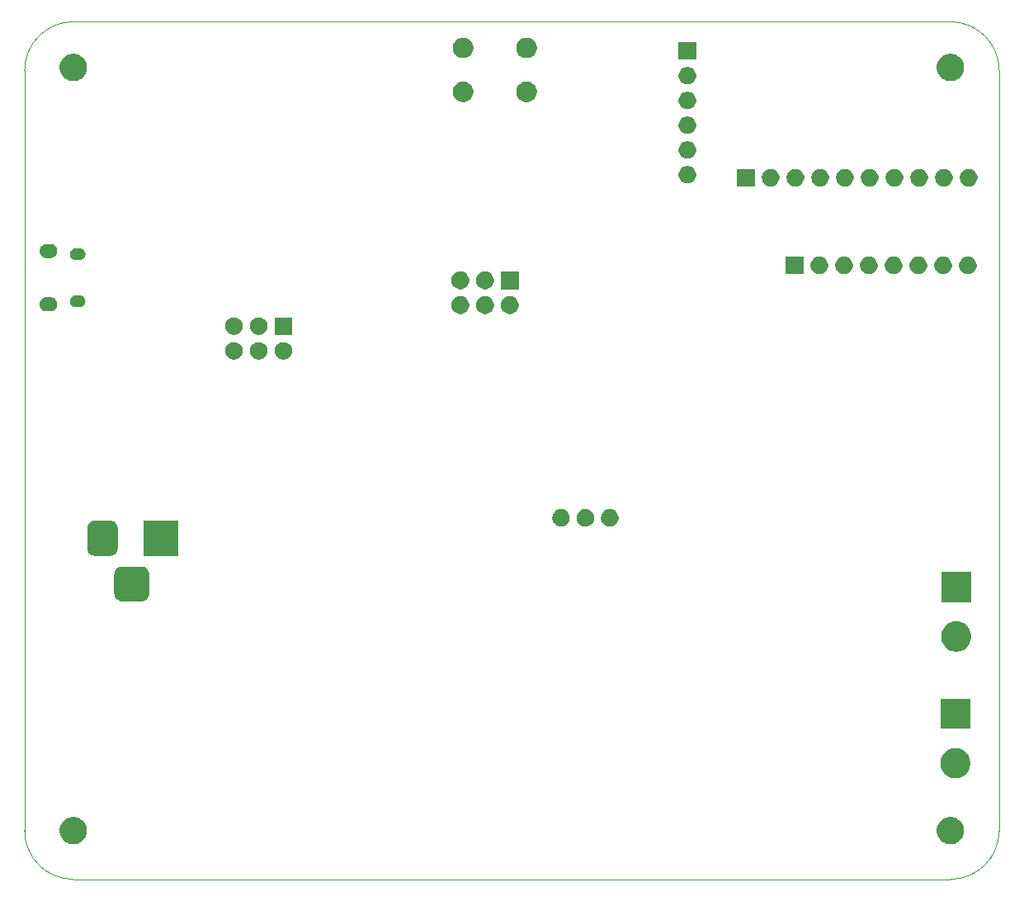
<source format=gbr>
G04 #@! TF.GenerationSoftware,KiCad,Pcbnew,5.1.5-52549c5~86~ubuntu19.10.1*
G04 #@! TF.CreationDate,2020-04-28T12:48:20+02:00*
G04 #@! TF.ProjectId,ArduinoDCC++,41726475-696e-46f4-9443-432b2b2e6b69,v.0.0.1c*
G04 #@! TF.SameCoordinates,Original*
G04 #@! TF.FileFunction,Soldermask,Bot*
G04 #@! TF.FilePolarity,Negative*
%FSLAX46Y46*%
G04 Gerber Fmt 4.6, Leading zero omitted, Abs format (unit mm)*
G04 Created by KiCad (PCBNEW 5.1.5-52549c5~86~ubuntu19.10.1) date 2020-04-28 12:48:20*
%MOMM*%
%LPD*%
G04 APERTURE LIST*
%ADD10C,0.050000*%
%ADD11C,0.100000*%
G04 APERTURE END LIST*
D10*
X55000000Y-150000000D02*
X145000000Y-150000000D01*
X50000000Y-67000000D02*
X50000000Y-145000000D01*
X145000000Y-62000000D02*
X55000000Y-62000000D01*
X150000000Y-145000000D02*
X150000000Y-67000000D01*
X150000000Y-145000000D02*
G75*
G02X145000000Y-150000000I-5000000J0D01*
G01*
X145000000Y-62000000D02*
G75*
G02X150000000Y-67000000I0J-5000000D01*
G01*
X50000000Y-67000000D02*
G75*
G02X55000000Y-62000000I5000000J0D01*
G01*
X55000000Y-150000000D02*
G75*
G02X50000000Y-145000000I0J5000000D01*
G01*
D11*
G36*
X145318433Y-143634893D02*
G01*
X145408657Y-143652839D01*
X145514267Y-143696585D01*
X145663621Y-143758449D01*
X145663622Y-143758450D01*
X145893086Y-143911772D01*
X146088228Y-144106914D01*
X146190675Y-144260237D01*
X146241551Y-144336379D01*
X146347161Y-144591344D01*
X146401000Y-144862012D01*
X146401000Y-145137988D01*
X146347161Y-145408656D01*
X146241551Y-145663621D01*
X146241550Y-145663622D01*
X146088228Y-145893086D01*
X145893086Y-146088228D01*
X145739763Y-146190675D01*
X145663621Y-146241551D01*
X145514267Y-146303415D01*
X145408657Y-146347161D01*
X145318433Y-146365107D01*
X145137988Y-146401000D01*
X144862012Y-146401000D01*
X144681567Y-146365107D01*
X144591343Y-146347161D01*
X144485733Y-146303415D01*
X144336379Y-146241551D01*
X144260237Y-146190675D01*
X144106914Y-146088228D01*
X143911772Y-145893086D01*
X143758450Y-145663622D01*
X143758449Y-145663621D01*
X143652839Y-145408656D01*
X143599000Y-145137988D01*
X143599000Y-144862012D01*
X143652839Y-144591344D01*
X143758449Y-144336379D01*
X143809325Y-144260237D01*
X143911772Y-144106914D01*
X144106914Y-143911772D01*
X144336378Y-143758450D01*
X144336379Y-143758449D01*
X144485733Y-143696585D01*
X144591343Y-143652839D01*
X144681567Y-143634893D01*
X144862012Y-143599000D01*
X145137988Y-143599000D01*
X145318433Y-143634893D01*
G37*
G36*
X55318433Y-143634893D02*
G01*
X55408657Y-143652839D01*
X55514267Y-143696585D01*
X55663621Y-143758449D01*
X55663622Y-143758450D01*
X55893086Y-143911772D01*
X56088228Y-144106914D01*
X56190675Y-144260237D01*
X56241551Y-144336379D01*
X56347161Y-144591344D01*
X56401000Y-144862012D01*
X56401000Y-145137988D01*
X56347161Y-145408656D01*
X56241551Y-145663621D01*
X56241550Y-145663622D01*
X56088228Y-145893086D01*
X55893086Y-146088228D01*
X55739763Y-146190675D01*
X55663621Y-146241551D01*
X55514267Y-146303415D01*
X55408657Y-146347161D01*
X55318433Y-146365107D01*
X55137988Y-146401000D01*
X54862012Y-146401000D01*
X54681567Y-146365107D01*
X54591343Y-146347161D01*
X54485733Y-146303415D01*
X54336379Y-146241551D01*
X54260237Y-146190675D01*
X54106914Y-146088228D01*
X53911772Y-145893086D01*
X53758450Y-145663622D01*
X53758449Y-145663621D01*
X53652839Y-145408656D01*
X53599000Y-145137988D01*
X53599000Y-144862012D01*
X53652839Y-144591344D01*
X53758449Y-144336379D01*
X53809325Y-144260237D01*
X53911772Y-144106914D01*
X54106914Y-143911772D01*
X54336378Y-143758450D01*
X54336379Y-143758449D01*
X54485733Y-143696585D01*
X54591343Y-143652839D01*
X54681567Y-143634893D01*
X54862012Y-143599000D01*
X55137988Y-143599000D01*
X55318433Y-143634893D01*
G37*
G36*
X145806585Y-136558802D02*
G01*
X145956410Y-136588604D01*
X146238674Y-136705521D01*
X146492705Y-136875259D01*
X146708741Y-137091295D01*
X146878479Y-137345326D01*
X146995396Y-137627590D01*
X147055000Y-137927240D01*
X147055000Y-138232760D01*
X146995396Y-138532410D01*
X146878479Y-138814674D01*
X146708741Y-139068705D01*
X146492705Y-139284741D01*
X146238674Y-139454479D01*
X145956410Y-139571396D01*
X145806585Y-139601198D01*
X145656761Y-139631000D01*
X145351239Y-139631000D01*
X145201415Y-139601198D01*
X145051590Y-139571396D01*
X144769326Y-139454479D01*
X144515295Y-139284741D01*
X144299259Y-139068705D01*
X144129521Y-138814674D01*
X144012604Y-138532410D01*
X143953000Y-138232760D01*
X143953000Y-137927240D01*
X144012604Y-137627590D01*
X144129521Y-137345326D01*
X144299259Y-137091295D01*
X144515295Y-136875259D01*
X144769326Y-136705521D01*
X145051590Y-136588604D01*
X145201415Y-136558802D01*
X145351239Y-136529000D01*
X145656761Y-136529000D01*
X145806585Y-136558802D01*
G37*
G36*
X147055000Y-134551000D02*
G01*
X143953000Y-134551000D01*
X143953000Y-131449000D01*
X147055000Y-131449000D01*
X147055000Y-134551000D01*
G37*
G36*
X145890585Y-123558802D02*
G01*
X146040410Y-123588604D01*
X146322674Y-123705521D01*
X146576705Y-123875259D01*
X146792741Y-124091295D01*
X146962479Y-124345326D01*
X147079396Y-124627590D01*
X147139000Y-124927240D01*
X147139000Y-125232760D01*
X147079396Y-125532410D01*
X146962479Y-125814674D01*
X146792741Y-126068705D01*
X146576705Y-126284741D01*
X146322674Y-126454479D01*
X146040410Y-126571396D01*
X145890585Y-126601198D01*
X145740761Y-126631000D01*
X145435239Y-126631000D01*
X145285415Y-126601198D01*
X145135590Y-126571396D01*
X144853326Y-126454479D01*
X144599295Y-126284741D01*
X144383259Y-126068705D01*
X144213521Y-125814674D01*
X144096604Y-125532410D01*
X144037000Y-125232760D01*
X144037000Y-124927240D01*
X144096604Y-124627590D01*
X144213521Y-124345326D01*
X144383259Y-124091295D01*
X144599295Y-123875259D01*
X144853326Y-123705521D01*
X145135590Y-123588604D01*
X145285415Y-123558802D01*
X145435239Y-123529000D01*
X145740761Y-123529000D01*
X145890585Y-123558802D01*
G37*
G36*
X147139000Y-121551000D02*
G01*
X144037000Y-121551000D01*
X144037000Y-118449000D01*
X147139000Y-118449000D01*
X147139000Y-121551000D01*
G37*
G36*
X62126366Y-117915695D02*
G01*
X62283460Y-117963349D01*
X62428231Y-118040731D01*
X62555128Y-118144872D01*
X62659269Y-118271769D01*
X62736651Y-118416540D01*
X62784305Y-118573634D01*
X62801000Y-118743140D01*
X62801000Y-120656860D01*
X62784305Y-120826366D01*
X62736651Y-120983460D01*
X62659269Y-121128231D01*
X62555128Y-121255128D01*
X62428231Y-121359269D01*
X62283460Y-121436651D01*
X62126366Y-121484305D01*
X61956860Y-121501000D01*
X60043140Y-121501000D01*
X59873634Y-121484305D01*
X59716540Y-121436651D01*
X59571769Y-121359269D01*
X59444872Y-121255128D01*
X59340731Y-121128231D01*
X59263349Y-120983460D01*
X59215695Y-120826366D01*
X59199000Y-120656860D01*
X59199000Y-118743140D01*
X59215695Y-118573634D01*
X59263349Y-118416540D01*
X59340731Y-118271769D01*
X59444872Y-118144872D01*
X59571769Y-118040731D01*
X59716540Y-117963349D01*
X59873634Y-117915695D01*
X60043140Y-117899000D01*
X61956860Y-117899000D01*
X62126366Y-117915695D01*
G37*
G36*
X58976979Y-113213293D02*
G01*
X59110625Y-113253834D01*
X59233784Y-113319664D01*
X59341740Y-113408260D01*
X59430336Y-113516216D01*
X59496166Y-113639375D01*
X59536707Y-113773021D01*
X59551000Y-113918140D01*
X59551000Y-116081860D01*
X59536707Y-116226979D01*
X59496166Y-116360625D01*
X59430336Y-116483784D01*
X59341740Y-116591740D01*
X59233784Y-116680336D01*
X59110625Y-116746166D01*
X58976979Y-116786707D01*
X58831860Y-116801000D01*
X57168140Y-116801000D01*
X57023021Y-116786707D01*
X56889375Y-116746166D01*
X56766216Y-116680336D01*
X56658260Y-116591740D01*
X56569664Y-116483784D01*
X56503834Y-116360625D01*
X56463293Y-116226979D01*
X56449000Y-116081860D01*
X56449000Y-113918140D01*
X56463293Y-113773021D01*
X56503834Y-113639375D01*
X56569664Y-113516216D01*
X56658260Y-113408260D01*
X56766216Y-113319664D01*
X56889375Y-113253834D01*
X57023021Y-113213293D01*
X57168140Y-113199000D01*
X58831860Y-113199000D01*
X58976979Y-113213293D01*
G37*
G36*
X65801000Y-116801000D02*
G01*
X62199000Y-116801000D01*
X62199000Y-113199000D01*
X65801000Y-113199000D01*
X65801000Y-116801000D01*
G37*
G36*
X110144512Y-112019927D02*
G01*
X110293812Y-112049624D01*
X110457784Y-112117544D01*
X110605354Y-112216147D01*
X110730853Y-112341646D01*
X110829456Y-112489216D01*
X110897376Y-112653188D01*
X110932000Y-112827259D01*
X110932000Y-113004741D01*
X110897376Y-113178812D01*
X110829456Y-113342784D01*
X110730853Y-113490354D01*
X110605354Y-113615853D01*
X110457784Y-113714456D01*
X110293812Y-113782376D01*
X110144512Y-113812073D01*
X110119742Y-113817000D01*
X109942258Y-113817000D01*
X109917488Y-113812073D01*
X109768188Y-113782376D01*
X109604216Y-113714456D01*
X109456646Y-113615853D01*
X109331147Y-113490354D01*
X109232544Y-113342784D01*
X109164624Y-113178812D01*
X109130000Y-113004741D01*
X109130000Y-112827259D01*
X109164624Y-112653188D01*
X109232544Y-112489216D01*
X109331147Y-112341646D01*
X109456646Y-112216147D01*
X109604216Y-112117544D01*
X109768188Y-112049624D01*
X109917488Y-112019927D01*
X109942258Y-112015000D01*
X110119742Y-112015000D01*
X110144512Y-112019927D01*
G37*
G36*
X107644512Y-112019927D02*
G01*
X107793812Y-112049624D01*
X107957784Y-112117544D01*
X108105354Y-112216147D01*
X108230853Y-112341646D01*
X108329456Y-112489216D01*
X108397376Y-112653188D01*
X108432000Y-112827259D01*
X108432000Y-113004741D01*
X108397376Y-113178812D01*
X108329456Y-113342784D01*
X108230853Y-113490354D01*
X108105354Y-113615853D01*
X107957784Y-113714456D01*
X107793812Y-113782376D01*
X107644512Y-113812073D01*
X107619742Y-113817000D01*
X107442258Y-113817000D01*
X107417488Y-113812073D01*
X107268188Y-113782376D01*
X107104216Y-113714456D01*
X106956646Y-113615853D01*
X106831147Y-113490354D01*
X106732544Y-113342784D01*
X106664624Y-113178812D01*
X106630000Y-113004741D01*
X106630000Y-112827259D01*
X106664624Y-112653188D01*
X106732544Y-112489216D01*
X106831147Y-112341646D01*
X106956646Y-112216147D01*
X107104216Y-112117544D01*
X107268188Y-112049624D01*
X107417488Y-112019927D01*
X107442258Y-112015000D01*
X107619742Y-112015000D01*
X107644512Y-112019927D01*
G37*
G36*
X105144512Y-112019927D02*
G01*
X105293812Y-112049624D01*
X105457784Y-112117544D01*
X105605354Y-112216147D01*
X105730853Y-112341646D01*
X105829456Y-112489216D01*
X105897376Y-112653188D01*
X105932000Y-112827259D01*
X105932000Y-113004741D01*
X105897376Y-113178812D01*
X105829456Y-113342784D01*
X105730853Y-113490354D01*
X105605354Y-113615853D01*
X105457784Y-113714456D01*
X105293812Y-113782376D01*
X105144512Y-113812073D01*
X105119742Y-113817000D01*
X104942258Y-113817000D01*
X104917488Y-113812073D01*
X104768188Y-113782376D01*
X104604216Y-113714456D01*
X104456646Y-113615853D01*
X104331147Y-113490354D01*
X104232544Y-113342784D01*
X104164624Y-113178812D01*
X104130000Y-113004741D01*
X104130000Y-112827259D01*
X104164624Y-112653188D01*
X104232544Y-112489216D01*
X104331147Y-112341646D01*
X104456646Y-112216147D01*
X104604216Y-112117544D01*
X104768188Y-112049624D01*
X104917488Y-112019927D01*
X104942258Y-112015000D01*
X105119742Y-112015000D01*
X105144512Y-112019927D01*
G37*
G36*
X71576512Y-94874927D02*
G01*
X71725812Y-94904624D01*
X71889784Y-94972544D01*
X72037354Y-95071147D01*
X72162853Y-95196646D01*
X72261456Y-95344216D01*
X72329376Y-95508188D01*
X72364000Y-95682259D01*
X72364000Y-95859741D01*
X72329376Y-96033812D01*
X72261456Y-96197784D01*
X72162853Y-96345354D01*
X72037354Y-96470853D01*
X71889784Y-96569456D01*
X71725812Y-96637376D01*
X71576512Y-96667073D01*
X71551742Y-96672000D01*
X71374258Y-96672000D01*
X71349488Y-96667073D01*
X71200188Y-96637376D01*
X71036216Y-96569456D01*
X70888646Y-96470853D01*
X70763147Y-96345354D01*
X70664544Y-96197784D01*
X70596624Y-96033812D01*
X70562000Y-95859741D01*
X70562000Y-95682259D01*
X70596624Y-95508188D01*
X70664544Y-95344216D01*
X70763147Y-95196646D01*
X70888646Y-95071147D01*
X71036216Y-94972544D01*
X71200188Y-94904624D01*
X71349488Y-94874927D01*
X71374258Y-94870000D01*
X71551742Y-94870000D01*
X71576512Y-94874927D01*
G37*
G36*
X74116512Y-94874927D02*
G01*
X74265812Y-94904624D01*
X74429784Y-94972544D01*
X74577354Y-95071147D01*
X74702853Y-95196646D01*
X74801456Y-95344216D01*
X74869376Y-95508188D01*
X74904000Y-95682259D01*
X74904000Y-95859741D01*
X74869376Y-96033812D01*
X74801456Y-96197784D01*
X74702853Y-96345354D01*
X74577354Y-96470853D01*
X74429784Y-96569456D01*
X74265812Y-96637376D01*
X74116512Y-96667073D01*
X74091742Y-96672000D01*
X73914258Y-96672000D01*
X73889488Y-96667073D01*
X73740188Y-96637376D01*
X73576216Y-96569456D01*
X73428646Y-96470853D01*
X73303147Y-96345354D01*
X73204544Y-96197784D01*
X73136624Y-96033812D01*
X73102000Y-95859741D01*
X73102000Y-95682259D01*
X73136624Y-95508188D01*
X73204544Y-95344216D01*
X73303147Y-95196646D01*
X73428646Y-95071147D01*
X73576216Y-94972544D01*
X73740188Y-94904624D01*
X73889488Y-94874927D01*
X73914258Y-94870000D01*
X74091742Y-94870000D01*
X74116512Y-94874927D01*
G37*
G36*
X76656512Y-94874927D02*
G01*
X76805812Y-94904624D01*
X76969784Y-94972544D01*
X77117354Y-95071147D01*
X77242853Y-95196646D01*
X77341456Y-95344216D01*
X77409376Y-95508188D01*
X77444000Y-95682259D01*
X77444000Y-95859741D01*
X77409376Y-96033812D01*
X77341456Y-96197784D01*
X77242853Y-96345354D01*
X77117354Y-96470853D01*
X76969784Y-96569456D01*
X76805812Y-96637376D01*
X76656512Y-96667073D01*
X76631742Y-96672000D01*
X76454258Y-96672000D01*
X76429488Y-96667073D01*
X76280188Y-96637376D01*
X76116216Y-96569456D01*
X75968646Y-96470853D01*
X75843147Y-96345354D01*
X75744544Y-96197784D01*
X75676624Y-96033812D01*
X75642000Y-95859741D01*
X75642000Y-95682259D01*
X75676624Y-95508188D01*
X75744544Y-95344216D01*
X75843147Y-95196646D01*
X75968646Y-95071147D01*
X76116216Y-94972544D01*
X76280188Y-94904624D01*
X76429488Y-94874927D01*
X76454258Y-94870000D01*
X76631742Y-94870000D01*
X76656512Y-94874927D01*
G37*
G36*
X71576512Y-92334927D02*
G01*
X71725812Y-92364624D01*
X71889784Y-92432544D01*
X72037354Y-92531147D01*
X72162853Y-92656646D01*
X72261456Y-92804216D01*
X72329376Y-92968188D01*
X72364000Y-93142259D01*
X72364000Y-93319741D01*
X72329376Y-93493812D01*
X72261456Y-93657784D01*
X72162853Y-93805354D01*
X72037354Y-93930853D01*
X71889784Y-94029456D01*
X71725812Y-94097376D01*
X71576512Y-94127073D01*
X71551742Y-94132000D01*
X71374258Y-94132000D01*
X71349488Y-94127073D01*
X71200188Y-94097376D01*
X71036216Y-94029456D01*
X70888646Y-93930853D01*
X70763147Y-93805354D01*
X70664544Y-93657784D01*
X70596624Y-93493812D01*
X70562000Y-93319741D01*
X70562000Y-93142259D01*
X70596624Y-92968188D01*
X70664544Y-92804216D01*
X70763147Y-92656646D01*
X70888646Y-92531147D01*
X71036216Y-92432544D01*
X71200188Y-92364624D01*
X71349488Y-92334927D01*
X71374258Y-92330000D01*
X71551742Y-92330000D01*
X71576512Y-92334927D01*
G37*
G36*
X74116512Y-92334927D02*
G01*
X74265812Y-92364624D01*
X74429784Y-92432544D01*
X74577354Y-92531147D01*
X74702853Y-92656646D01*
X74801456Y-92804216D01*
X74869376Y-92968188D01*
X74904000Y-93142259D01*
X74904000Y-93319741D01*
X74869376Y-93493812D01*
X74801456Y-93657784D01*
X74702853Y-93805354D01*
X74577354Y-93930853D01*
X74429784Y-94029456D01*
X74265812Y-94097376D01*
X74116512Y-94127073D01*
X74091742Y-94132000D01*
X73914258Y-94132000D01*
X73889488Y-94127073D01*
X73740188Y-94097376D01*
X73576216Y-94029456D01*
X73428646Y-93930853D01*
X73303147Y-93805354D01*
X73204544Y-93657784D01*
X73136624Y-93493812D01*
X73102000Y-93319741D01*
X73102000Y-93142259D01*
X73136624Y-92968188D01*
X73204544Y-92804216D01*
X73303147Y-92656646D01*
X73428646Y-92531147D01*
X73576216Y-92432544D01*
X73740188Y-92364624D01*
X73889488Y-92334927D01*
X73914258Y-92330000D01*
X74091742Y-92330000D01*
X74116512Y-92334927D01*
G37*
G36*
X77444000Y-94132000D02*
G01*
X75642000Y-94132000D01*
X75642000Y-92330000D01*
X77444000Y-92330000D01*
X77444000Y-94132000D01*
G37*
G36*
X100050778Y-90192547D02*
G01*
X100217224Y-90261491D01*
X100367022Y-90361583D01*
X100494417Y-90488978D01*
X100594509Y-90638776D01*
X100663453Y-90805222D01*
X100698600Y-90981918D01*
X100698600Y-91162082D01*
X100663453Y-91338778D01*
X100594509Y-91505224D01*
X100494417Y-91655022D01*
X100367022Y-91782417D01*
X100217224Y-91882509D01*
X100050778Y-91951453D01*
X99874082Y-91986600D01*
X99693918Y-91986600D01*
X99517222Y-91951453D01*
X99350776Y-91882509D01*
X99200978Y-91782417D01*
X99073583Y-91655022D01*
X98973491Y-91505224D01*
X98904547Y-91338778D01*
X98869400Y-91162082D01*
X98869400Y-90981918D01*
X98904547Y-90805222D01*
X98973491Y-90638776D01*
X99073583Y-90488978D01*
X99200978Y-90361583D01*
X99350776Y-90261491D01*
X99517222Y-90192547D01*
X99693918Y-90157400D01*
X99874082Y-90157400D01*
X100050778Y-90192547D01*
G37*
G36*
X97510778Y-90192547D02*
G01*
X97677224Y-90261491D01*
X97827022Y-90361583D01*
X97954417Y-90488978D01*
X98054509Y-90638776D01*
X98123453Y-90805222D01*
X98158600Y-90981918D01*
X98158600Y-91162082D01*
X98123453Y-91338778D01*
X98054509Y-91505224D01*
X97954417Y-91655022D01*
X97827022Y-91782417D01*
X97677224Y-91882509D01*
X97510778Y-91951453D01*
X97334082Y-91986600D01*
X97153918Y-91986600D01*
X96977222Y-91951453D01*
X96810776Y-91882509D01*
X96660978Y-91782417D01*
X96533583Y-91655022D01*
X96433491Y-91505224D01*
X96364547Y-91338778D01*
X96329400Y-91162082D01*
X96329400Y-90981918D01*
X96364547Y-90805222D01*
X96433491Y-90638776D01*
X96533583Y-90488978D01*
X96660978Y-90361583D01*
X96810776Y-90261491D01*
X96977222Y-90192547D01*
X97153918Y-90157400D01*
X97334082Y-90157400D01*
X97510778Y-90192547D01*
G37*
G36*
X94970778Y-90192547D02*
G01*
X95137224Y-90261491D01*
X95287022Y-90361583D01*
X95414417Y-90488978D01*
X95514509Y-90638776D01*
X95583453Y-90805222D01*
X95618600Y-90981918D01*
X95618600Y-91162082D01*
X95583453Y-91338778D01*
X95514509Y-91505224D01*
X95414417Y-91655022D01*
X95287022Y-91782417D01*
X95137224Y-91882509D01*
X94970778Y-91951453D01*
X94794082Y-91986600D01*
X94613918Y-91986600D01*
X94437222Y-91951453D01*
X94270776Y-91882509D01*
X94120978Y-91782417D01*
X93993583Y-91655022D01*
X93893491Y-91505224D01*
X93824547Y-91338778D01*
X93789400Y-91162082D01*
X93789400Y-90981918D01*
X93824547Y-90805222D01*
X93893491Y-90638776D01*
X93993583Y-90488978D01*
X94120978Y-90361583D01*
X94270776Y-90261491D01*
X94437222Y-90192547D01*
X94613918Y-90157400D01*
X94794082Y-90157400D01*
X94970778Y-90192547D01*
G37*
G36*
X52687213Y-90260502D02*
G01*
X52758321Y-90267505D01*
X52895172Y-90309019D01*
X52895175Y-90309020D01*
X53021294Y-90376432D01*
X53131843Y-90467157D01*
X53222568Y-90577706D01*
X53289980Y-90703825D01*
X53289981Y-90703828D01*
X53331495Y-90840679D01*
X53345512Y-90983000D01*
X53331495Y-91125321D01*
X53320344Y-91162080D01*
X53289980Y-91262175D01*
X53222568Y-91388294D01*
X53131843Y-91498843D01*
X53021294Y-91589568D01*
X52895175Y-91656980D01*
X52895172Y-91656981D01*
X52758321Y-91698495D01*
X52687213Y-91705498D01*
X52651660Y-91709000D01*
X52230340Y-91709000D01*
X52194787Y-91705498D01*
X52123679Y-91698495D01*
X51986828Y-91656981D01*
X51986825Y-91656980D01*
X51860706Y-91589568D01*
X51750157Y-91498843D01*
X51659432Y-91388294D01*
X51592020Y-91262175D01*
X51561656Y-91162080D01*
X51550505Y-91125321D01*
X51536488Y-90983000D01*
X51550505Y-90840679D01*
X51592019Y-90703828D01*
X51592020Y-90703825D01*
X51659432Y-90577706D01*
X51750157Y-90467157D01*
X51860706Y-90376432D01*
X51986825Y-90309020D01*
X51986828Y-90309019D01*
X52123679Y-90267505D01*
X52194787Y-90260502D01*
X52230340Y-90257000D01*
X52651660Y-90257000D01*
X52687213Y-90260502D01*
G37*
G36*
X55758818Y-90080696D02*
G01*
X55872105Y-90115062D01*
X55976512Y-90170869D01*
X56068027Y-90245973D01*
X56143131Y-90337488D01*
X56198938Y-90441895D01*
X56233304Y-90555182D01*
X56244907Y-90673000D01*
X56233304Y-90790818D01*
X56198938Y-90904105D01*
X56143131Y-91008512D01*
X56068027Y-91100027D01*
X55976512Y-91175131D01*
X55872105Y-91230938D01*
X55758818Y-91265304D01*
X55670519Y-91274000D01*
X55211481Y-91274000D01*
X55123182Y-91265304D01*
X55009895Y-91230938D01*
X54905488Y-91175131D01*
X54813973Y-91100027D01*
X54738869Y-91008512D01*
X54683062Y-90904105D01*
X54648696Y-90790818D01*
X54637093Y-90673000D01*
X54648696Y-90555182D01*
X54683062Y-90441895D01*
X54738869Y-90337488D01*
X54813973Y-90245973D01*
X54905488Y-90170869D01*
X55009895Y-90115062D01*
X55123182Y-90080696D01*
X55211481Y-90072000D01*
X55670519Y-90072000D01*
X55758818Y-90080696D01*
G37*
G36*
X94970778Y-87652547D02*
G01*
X95137224Y-87721491D01*
X95287022Y-87821583D01*
X95414417Y-87948978D01*
X95514509Y-88098776D01*
X95583453Y-88265222D01*
X95618600Y-88441918D01*
X95618600Y-88622082D01*
X95583453Y-88798778D01*
X95514509Y-88965224D01*
X95414417Y-89115022D01*
X95287022Y-89242417D01*
X95137224Y-89342509D01*
X94970778Y-89411453D01*
X94794082Y-89446600D01*
X94613918Y-89446600D01*
X94437222Y-89411453D01*
X94270776Y-89342509D01*
X94120978Y-89242417D01*
X93993583Y-89115022D01*
X93893491Y-88965224D01*
X93824547Y-88798778D01*
X93789400Y-88622082D01*
X93789400Y-88441918D01*
X93824547Y-88265222D01*
X93893491Y-88098776D01*
X93993583Y-87948978D01*
X94120978Y-87821583D01*
X94270776Y-87721491D01*
X94437222Y-87652547D01*
X94613918Y-87617400D01*
X94794082Y-87617400D01*
X94970778Y-87652547D01*
G37*
G36*
X97510778Y-87652547D02*
G01*
X97677224Y-87721491D01*
X97827022Y-87821583D01*
X97954417Y-87948978D01*
X98054509Y-88098776D01*
X98123453Y-88265222D01*
X98158600Y-88441918D01*
X98158600Y-88622082D01*
X98123453Y-88798778D01*
X98054509Y-88965224D01*
X97954417Y-89115022D01*
X97827022Y-89242417D01*
X97677224Y-89342509D01*
X97510778Y-89411453D01*
X97334082Y-89446600D01*
X97153918Y-89446600D01*
X96977222Y-89411453D01*
X96810776Y-89342509D01*
X96660978Y-89242417D01*
X96533583Y-89115022D01*
X96433491Y-88965224D01*
X96364547Y-88798778D01*
X96329400Y-88622082D01*
X96329400Y-88441918D01*
X96364547Y-88265222D01*
X96433491Y-88098776D01*
X96533583Y-87948978D01*
X96660978Y-87821583D01*
X96810776Y-87721491D01*
X96977222Y-87652547D01*
X97153918Y-87617400D01*
X97334082Y-87617400D01*
X97510778Y-87652547D01*
G37*
G36*
X100698600Y-89446600D02*
G01*
X98869400Y-89446600D01*
X98869400Y-87617400D01*
X100698600Y-87617400D01*
X100698600Y-89446600D01*
G37*
G36*
X129901000Y-87901000D02*
G01*
X128099000Y-87901000D01*
X128099000Y-86099000D01*
X129901000Y-86099000D01*
X129901000Y-87901000D01*
G37*
G36*
X131653512Y-86103927D02*
G01*
X131802812Y-86133624D01*
X131966784Y-86201544D01*
X132114354Y-86300147D01*
X132239853Y-86425646D01*
X132338456Y-86573216D01*
X132406376Y-86737188D01*
X132441000Y-86911259D01*
X132441000Y-87088741D01*
X132406376Y-87262812D01*
X132338456Y-87426784D01*
X132239853Y-87574354D01*
X132114354Y-87699853D01*
X131966784Y-87798456D01*
X131802812Y-87866376D01*
X131653512Y-87896073D01*
X131628742Y-87901000D01*
X131451258Y-87901000D01*
X131426488Y-87896073D01*
X131277188Y-87866376D01*
X131113216Y-87798456D01*
X130965646Y-87699853D01*
X130840147Y-87574354D01*
X130741544Y-87426784D01*
X130673624Y-87262812D01*
X130639000Y-87088741D01*
X130639000Y-86911259D01*
X130673624Y-86737188D01*
X130741544Y-86573216D01*
X130840147Y-86425646D01*
X130965646Y-86300147D01*
X131113216Y-86201544D01*
X131277188Y-86133624D01*
X131426488Y-86103927D01*
X131451258Y-86099000D01*
X131628742Y-86099000D01*
X131653512Y-86103927D01*
G37*
G36*
X134193512Y-86103927D02*
G01*
X134342812Y-86133624D01*
X134506784Y-86201544D01*
X134654354Y-86300147D01*
X134779853Y-86425646D01*
X134878456Y-86573216D01*
X134946376Y-86737188D01*
X134981000Y-86911259D01*
X134981000Y-87088741D01*
X134946376Y-87262812D01*
X134878456Y-87426784D01*
X134779853Y-87574354D01*
X134654354Y-87699853D01*
X134506784Y-87798456D01*
X134342812Y-87866376D01*
X134193512Y-87896073D01*
X134168742Y-87901000D01*
X133991258Y-87901000D01*
X133966488Y-87896073D01*
X133817188Y-87866376D01*
X133653216Y-87798456D01*
X133505646Y-87699853D01*
X133380147Y-87574354D01*
X133281544Y-87426784D01*
X133213624Y-87262812D01*
X133179000Y-87088741D01*
X133179000Y-86911259D01*
X133213624Y-86737188D01*
X133281544Y-86573216D01*
X133380147Y-86425646D01*
X133505646Y-86300147D01*
X133653216Y-86201544D01*
X133817188Y-86133624D01*
X133966488Y-86103927D01*
X133991258Y-86099000D01*
X134168742Y-86099000D01*
X134193512Y-86103927D01*
G37*
G36*
X139273512Y-86103927D02*
G01*
X139422812Y-86133624D01*
X139586784Y-86201544D01*
X139734354Y-86300147D01*
X139859853Y-86425646D01*
X139958456Y-86573216D01*
X140026376Y-86737188D01*
X140061000Y-86911259D01*
X140061000Y-87088741D01*
X140026376Y-87262812D01*
X139958456Y-87426784D01*
X139859853Y-87574354D01*
X139734354Y-87699853D01*
X139586784Y-87798456D01*
X139422812Y-87866376D01*
X139273512Y-87896073D01*
X139248742Y-87901000D01*
X139071258Y-87901000D01*
X139046488Y-87896073D01*
X138897188Y-87866376D01*
X138733216Y-87798456D01*
X138585646Y-87699853D01*
X138460147Y-87574354D01*
X138361544Y-87426784D01*
X138293624Y-87262812D01*
X138259000Y-87088741D01*
X138259000Y-86911259D01*
X138293624Y-86737188D01*
X138361544Y-86573216D01*
X138460147Y-86425646D01*
X138585646Y-86300147D01*
X138733216Y-86201544D01*
X138897188Y-86133624D01*
X139046488Y-86103927D01*
X139071258Y-86099000D01*
X139248742Y-86099000D01*
X139273512Y-86103927D01*
G37*
G36*
X141813512Y-86103927D02*
G01*
X141962812Y-86133624D01*
X142126784Y-86201544D01*
X142274354Y-86300147D01*
X142399853Y-86425646D01*
X142498456Y-86573216D01*
X142566376Y-86737188D01*
X142601000Y-86911259D01*
X142601000Y-87088741D01*
X142566376Y-87262812D01*
X142498456Y-87426784D01*
X142399853Y-87574354D01*
X142274354Y-87699853D01*
X142126784Y-87798456D01*
X141962812Y-87866376D01*
X141813512Y-87896073D01*
X141788742Y-87901000D01*
X141611258Y-87901000D01*
X141586488Y-87896073D01*
X141437188Y-87866376D01*
X141273216Y-87798456D01*
X141125646Y-87699853D01*
X141000147Y-87574354D01*
X140901544Y-87426784D01*
X140833624Y-87262812D01*
X140799000Y-87088741D01*
X140799000Y-86911259D01*
X140833624Y-86737188D01*
X140901544Y-86573216D01*
X141000147Y-86425646D01*
X141125646Y-86300147D01*
X141273216Y-86201544D01*
X141437188Y-86133624D01*
X141586488Y-86103927D01*
X141611258Y-86099000D01*
X141788742Y-86099000D01*
X141813512Y-86103927D01*
G37*
G36*
X144353512Y-86103927D02*
G01*
X144502812Y-86133624D01*
X144666784Y-86201544D01*
X144814354Y-86300147D01*
X144939853Y-86425646D01*
X145038456Y-86573216D01*
X145106376Y-86737188D01*
X145141000Y-86911259D01*
X145141000Y-87088741D01*
X145106376Y-87262812D01*
X145038456Y-87426784D01*
X144939853Y-87574354D01*
X144814354Y-87699853D01*
X144666784Y-87798456D01*
X144502812Y-87866376D01*
X144353512Y-87896073D01*
X144328742Y-87901000D01*
X144151258Y-87901000D01*
X144126488Y-87896073D01*
X143977188Y-87866376D01*
X143813216Y-87798456D01*
X143665646Y-87699853D01*
X143540147Y-87574354D01*
X143441544Y-87426784D01*
X143373624Y-87262812D01*
X143339000Y-87088741D01*
X143339000Y-86911259D01*
X143373624Y-86737188D01*
X143441544Y-86573216D01*
X143540147Y-86425646D01*
X143665646Y-86300147D01*
X143813216Y-86201544D01*
X143977188Y-86133624D01*
X144126488Y-86103927D01*
X144151258Y-86099000D01*
X144328742Y-86099000D01*
X144353512Y-86103927D01*
G37*
G36*
X146893512Y-86103927D02*
G01*
X147042812Y-86133624D01*
X147206784Y-86201544D01*
X147354354Y-86300147D01*
X147479853Y-86425646D01*
X147578456Y-86573216D01*
X147646376Y-86737188D01*
X147681000Y-86911259D01*
X147681000Y-87088741D01*
X147646376Y-87262812D01*
X147578456Y-87426784D01*
X147479853Y-87574354D01*
X147354354Y-87699853D01*
X147206784Y-87798456D01*
X147042812Y-87866376D01*
X146893512Y-87896073D01*
X146868742Y-87901000D01*
X146691258Y-87901000D01*
X146666488Y-87896073D01*
X146517188Y-87866376D01*
X146353216Y-87798456D01*
X146205646Y-87699853D01*
X146080147Y-87574354D01*
X145981544Y-87426784D01*
X145913624Y-87262812D01*
X145879000Y-87088741D01*
X145879000Y-86911259D01*
X145913624Y-86737188D01*
X145981544Y-86573216D01*
X146080147Y-86425646D01*
X146205646Y-86300147D01*
X146353216Y-86201544D01*
X146517188Y-86133624D01*
X146666488Y-86103927D01*
X146691258Y-86099000D01*
X146868742Y-86099000D01*
X146893512Y-86103927D01*
G37*
G36*
X136733512Y-86103927D02*
G01*
X136882812Y-86133624D01*
X137046784Y-86201544D01*
X137194354Y-86300147D01*
X137319853Y-86425646D01*
X137418456Y-86573216D01*
X137486376Y-86737188D01*
X137521000Y-86911259D01*
X137521000Y-87088741D01*
X137486376Y-87262812D01*
X137418456Y-87426784D01*
X137319853Y-87574354D01*
X137194354Y-87699853D01*
X137046784Y-87798456D01*
X136882812Y-87866376D01*
X136733512Y-87896073D01*
X136708742Y-87901000D01*
X136531258Y-87901000D01*
X136506488Y-87896073D01*
X136357188Y-87866376D01*
X136193216Y-87798456D01*
X136045646Y-87699853D01*
X135920147Y-87574354D01*
X135821544Y-87426784D01*
X135753624Y-87262812D01*
X135719000Y-87088741D01*
X135719000Y-86911259D01*
X135753624Y-86737188D01*
X135821544Y-86573216D01*
X135920147Y-86425646D01*
X136045646Y-86300147D01*
X136193216Y-86201544D01*
X136357188Y-86133624D01*
X136506488Y-86103927D01*
X136531258Y-86099000D01*
X136708742Y-86099000D01*
X136733512Y-86103927D01*
G37*
G36*
X55758818Y-85240696D02*
G01*
X55872105Y-85275062D01*
X55976512Y-85330869D01*
X56068027Y-85405973D01*
X56143131Y-85497488D01*
X56198938Y-85601895D01*
X56233304Y-85715182D01*
X56244907Y-85833000D01*
X56233304Y-85950818D01*
X56198938Y-86064105D01*
X56143131Y-86168512D01*
X56068027Y-86260027D01*
X55976512Y-86335131D01*
X55872105Y-86390938D01*
X55758818Y-86425304D01*
X55670519Y-86434000D01*
X55211481Y-86434000D01*
X55123182Y-86425304D01*
X55009895Y-86390938D01*
X54905488Y-86335131D01*
X54813973Y-86260027D01*
X54738869Y-86168512D01*
X54683062Y-86064105D01*
X54648696Y-85950818D01*
X54637093Y-85833000D01*
X54648696Y-85715182D01*
X54683062Y-85601895D01*
X54738869Y-85497488D01*
X54813973Y-85405973D01*
X54905488Y-85330869D01*
X55009895Y-85275062D01*
X55123182Y-85240696D01*
X55211481Y-85232000D01*
X55670519Y-85232000D01*
X55758818Y-85240696D01*
G37*
G36*
X52687213Y-84800502D02*
G01*
X52758321Y-84807505D01*
X52895172Y-84849019D01*
X52895175Y-84849020D01*
X53021294Y-84916432D01*
X53131843Y-85007157D01*
X53222568Y-85117706D01*
X53289980Y-85243825D01*
X53289981Y-85243828D01*
X53331495Y-85380679D01*
X53345512Y-85523000D01*
X53331495Y-85665321D01*
X53316369Y-85715184D01*
X53289980Y-85802175D01*
X53222568Y-85928294D01*
X53131843Y-86038843D01*
X53021294Y-86129568D01*
X52895175Y-86196980D01*
X52895172Y-86196981D01*
X52758321Y-86238495D01*
X52687213Y-86245498D01*
X52651660Y-86249000D01*
X52230340Y-86249000D01*
X52194787Y-86245498D01*
X52123679Y-86238495D01*
X51986828Y-86196981D01*
X51986825Y-86196980D01*
X51860706Y-86129568D01*
X51750157Y-86038843D01*
X51659432Y-85928294D01*
X51592020Y-85802175D01*
X51565631Y-85715184D01*
X51550505Y-85665321D01*
X51536488Y-85523000D01*
X51550505Y-85380679D01*
X51592019Y-85243828D01*
X51592020Y-85243825D01*
X51659432Y-85117706D01*
X51750157Y-85007157D01*
X51860706Y-84916432D01*
X51986825Y-84849020D01*
X51986828Y-84849019D01*
X52123679Y-84807505D01*
X52194787Y-84800502D01*
X52230340Y-84797000D01*
X52651660Y-84797000D01*
X52687213Y-84800502D01*
G37*
G36*
X126653512Y-77103927D02*
G01*
X126802812Y-77133624D01*
X126966784Y-77201544D01*
X127114354Y-77300147D01*
X127239853Y-77425646D01*
X127338456Y-77573216D01*
X127406376Y-77737188D01*
X127441000Y-77911259D01*
X127441000Y-78088741D01*
X127406376Y-78262812D01*
X127338456Y-78426784D01*
X127239853Y-78574354D01*
X127114354Y-78699853D01*
X126966784Y-78798456D01*
X126802812Y-78866376D01*
X126653512Y-78896073D01*
X126628742Y-78901000D01*
X126451258Y-78901000D01*
X126426488Y-78896073D01*
X126277188Y-78866376D01*
X126113216Y-78798456D01*
X125965646Y-78699853D01*
X125840147Y-78574354D01*
X125741544Y-78426784D01*
X125673624Y-78262812D01*
X125639000Y-78088741D01*
X125639000Y-77911259D01*
X125673624Y-77737188D01*
X125741544Y-77573216D01*
X125840147Y-77425646D01*
X125965646Y-77300147D01*
X126113216Y-77201544D01*
X126277188Y-77133624D01*
X126426488Y-77103927D01*
X126451258Y-77099000D01*
X126628742Y-77099000D01*
X126653512Y-77103927D01*
G37*
G36*
X124901000Y-78901000D02*
G01*
X123099000Y-78901000D01*
X123099000Y-77099000D01*
X124901000Y-77099000D01*
X124901000Y-78901000D01*
G37*
G36*
X129193512Y-77103927D02*
G01*
X129342812Y-77133624D01*
X129506784Y-77201544D01*
X129654354Y-77300147D01*
X129779853Y-77425646D01*
X129878456Y-77573216D01*
X129946376Y-77737188D01*
X129981000Y-77911259D01*
X129981000Y-78088741D01*
X129946376Y-78262812D01*
X129878456Y-78426784D01*
X129779853Y-78574354D01*
X129654354Y-78699853D01*
X129506784Y-78798456D01*
X129342812Y-78866376D01*
X129193512Y-78896073D01*
X129168742Y-78901000D01*
X128991258Y-78901000D01*
X128966488Y-78896073D01*
X128817188Y-78866376D01*
X128653216Y-78798456D01*
X128505646Y-78699853D01*
X128380147Y-78574354D01*
X128281544Y-78426784D01*
X128213624Y-78262812D01*
X128179000Y-78088741D01*
X128179000Y-77911259D01*
X128213624Y-77737188D01*
X128281544Y-77573216D01*
X128380147Y-77425646D01*
X128505646Y-77300147D01*
X128653216Y-77201544D01*
X128817188Y-77133624D01*
X128966488Y-77103927D01*
X128991258Y-77099000D01*
X129168742Y-77099000D01*
X129193512Y-77103927D01*
G37*
G36*
X131733512Y-77103927D02*
G01*
X131882812Y-77133624D01*
X132046784Y-77201544D01*
X132194354Y-77300147D01*
X132319853Y-77425646D01*
X132418456Y-77573216D01*
X132486376Y-77737188D01*
X132521000Y-77911259D01*
X132521000Y-78088741D01*
X132486376Y-78262812D01*
X132418456Y-78426784D01*
X132319853Y-78574354D01*
X132194354Y-78699853D01*
X132046784Y-78798456D01*
X131882812Y-78866376D01*
X131733512Y-78896073D01*
X131708742Y-78901000D01*
X131531258Y-78901000D01*
X131506488Y-78896073D01*
X131357188Y-78866376D01*
X131193216Y-78798456D01*
X131045646Y-78699853D01*
X130920147Y-78574354D01*
X130821544Y-78426784D01*
X130753624Y-78262812D01*
X130719000Y-78088741D01*
X130719000Y-77911259D01*
X130753624Y-77737188D01*
X130821544Y-77573216D01*
X130920147Y-77425646D01*
X131045646Y-77300147D01*
X131193216Y-77201544D01*
X131357188Y-77133624D01*
X131506488Y-77103927D01*
X131531258Y-77099000D01*
X131708742Y-77099000D01*
X131733512Y-77103927D01*
G37*
G36*
X134273512Y-77103927D02*
G01*
X134422812Y-77133624D01*
X134586784Y-77201544D01*
X134734354Y-77300147D01*
X134859853Y-77425646D01*
X134958456Y-77573216D01*
X135026376Y-77737188D01*
X135061000Y-77911259D01*
X135061000Y-78088741D01*
X135026376Y-78262812D01*
X134958456Y-78426784D01*
X134859853Y-78574354D01*
X134734354Y-78699853D01*
X134586784Y-78798456D01*
X134422812Y-78866376D01*
X134273512Y-78896073D01*
X134248742Y-78901000D01*
X134071258Y-78901000D01*
X134046488Y-78896073D01*
X133897188Y-78866376D01*
X133733216Y-78798456D01*
X133585646Y-78699853D01*
X133460147Y-78574354D01*
X133361544Y-78426784D01*
X133293624Y-78262812D01*
X133259000Y-78088741D01*
X133259000Y-77911259D01*
X133293624Y-77737188D01*
X133361544Y-77573216D01*
X133460147Y-77425646D01*
X133585646Y-77300147D01*
X133733216Y-77201544D01*
X133897188Y-77133624D01*
X134046488Y-77103927D01*
X134071258Y-77099000D01*
X134248742Y-77099000D01*
X134273512Y-77103927D01*
G37*
G36*
X139353512Y-77103927D02*
G01*
X139502812Y-77133624D01*
X139666784Y-77201544D01*
X139814354Y-77300147D01*
X139939853Y-77425646D01*
X140038456Y-77573216D01*
X140106376Y-77737188D01*
X140141000Y-77911259D01*
X140141000Y-78088741D01*
X140106376Y-78262812D01*
X140038456Y-78426784D01*
X139939853Y-78574354D01*
X139814354Y-78699853D01*
X139666784Y-78798456D01*
X139502812Y-78866376D01*
X139353512Y-78896073D01*
X139328742Y-78901000D01*
X139151258Y-78901000D01*
X139126488Y-78896073D01*
X138977188Y-78866376D01*
X138813216Y-78798456D01*
X138665646Y-78699853D01*
X138540147Y-78574354D01*
X138441544Y-78426784D01*
X138373624Y-78262812D01*
X138339000Y-78088741D01*
X138339000Y-77911259D01*
X138373624Y-77737188D01*
X138441544Y-77573216D01*
X138540147Y-77425646D01*
X138665646Y-77300147D01*
X138813216Y-77201544D01*
X138977188Y-77133624D01*
X139126488Y-77103927D01*
X139151258Y-77099000D01*
X139328742Y-77099000D01*
X139353512Y-77103927D01*
G37*
G36*
X141893512Y-77103927D02*
G01*
X142042812Y-77133624D01*
X142206784Y-77201544D01*
X142354354Y-77300147D01*
X142479853Y-77425646D01*
X142578456Y-77573216D01*
X142646376Y-77737188D01*
X142681000Y-77911259D01*
X142681000Y-78088741D01*
X142646376Y-78262812D01*
X142578456Y-78426784D01*
X142479853Y-78574354D01*
X142354354Y-78699853D01*
X142206784Y-78798456D01*
X142042812Y-78866376D01*
X141893512Y-78896073D01*
X141868742Y-78901000D01*
X141691258Y-78901000D01*
X141666488Y-78896073D01*
X141517188Y-78866376D01*
X141353216Y-78798456D01*
X141205646Y-78699853D01*
X141080147Y-78574354D01*
X140981544Y-78426784D01*
X140913624Y-78262812D01*
X140879000Y-78088741D01*
X140879000Y-77911259D01*
X140913624Y-77737188D01*
X140981544Y-77573216D01*
X141080147Y-77425646D01*
X141205646Y-77300147D01*
X141353216Y-77201544D01*
X141517188Y-77133624D01*
X141666488Y-77103927D01*
X141691258Y-77099000D01*
X141868742Y-77099000D01*
X141893512Y-77103927D01*
G37*
G36*
X146973512Y-77103927D02*
G01*
X147122812Y-77133624D01*
X147286784Y-77201544D01*
X147434354Y-77300147D01*
X147559853Y-77425646D01*
X147658456Y-77573216D01*
X147726376Y-77737188D01*
X147761000Y-77911259D01*
X147761000Y-78088741D01*
X147726376Y-78262812D01*
X147658456Y-78426784D01*
X147559853Y-78574354D01*
X147434354Y-78699853D01*
X147286784Y-78798456D01*
X147122812Y-78866376D01*
X146973512Y-78896073D01*
X146948742Y-78901000D01*
X146771258Y-78901000D01*
X146746488Y-78896073D01*
X146597188Y-78866376D01*
X146433216Y-78798456D01*
X146285646Y-78699853D01*
X146160147Y-78574354D01*
X146061544Y-78426784D01*
X145993624Y-78262812D01*
X145959000Y-78088741D01*
X145959000Y-77911259D01*
X145993624Y-77737188D01*
X146061544Y-77573216D01*
X146160147Y-77425646D01*
X146285646Y-77300147D01*
X146433216Y-77201544D01*
X146597188Y-77133624D01*
X146746488Y-77103927D01*
X146771258Y-77099000D01*
X146948742Y-77099000D01*
X146973512Y-77103927D01*
G37*
G36*
X144433512Y-77103927D02*
G01*
X144582812Y-77133624D01*
X144746784Y-77201544D01*
X144894354Y-77300147D01*
X145019853Y-77425646D01*
X145118456Y-77573216D01*
X145186376Y-77737188D01*
X145221000Y-77911259D01*
X145221000Y-78088741D01*
X145186376Y-78262812D01*
X145118456Y-78426784D01*
X145019853Y-78574354D01*
X144894354Y-78699853D01*
X144746784Y-78798456D01*
X144582812Y-78866376D01*
X144433512Y-78896073D01*
X144408742Y-78901000D01*
X144231258Y-78901000D01*
X144206488Y-78896073D01*
X144057188Y-78866376D01*
X143893216Y-78798456D01*
X143745646Y-78699853D01*
X143620147Y-78574354D01*
X143521544Y-78426784D01*
X143453624Y-78262812D01*
X143419000Y-78088741D01*
X143419000Y-77911259D01*
X143453624Y-77737188D01*
X143521544Y-77573216D01*
X143620147Y-77425646D01*
X143745646Y-77300147D01*
X143893216Y-77201544D01*
X144057188Y-77133624D01*
X144206488Y-77103927D01*
X144231258Y-77099000D01*
X144408742Y-77099000D01*
X144433512Y-77103927D01*
G37*
G36*
X136813512Y-77103927D02*
G01*
X136962812Y-77133624D01*
X137126784Y-77201544D01*
X137274354Y-77300147D01*
X137399853Y-77425646D01*
X137498456Y-77573216D01*
X137566376Y-77737188D01*
X137601000Y-77911259D01*
X137601000Y-78088741D01*
X137566376Y-78262812D01*
X137498456Y-78426784D01*
X137399853Y-78574354D01*
X137274354Y-78699853D01*
X137126784Y-78798456D01*
X136962812Y-78866376D01*
X136813512Y-78896073D01*
X136788742Y-78901000D01*
X136611258Y-78901000D01*
X136586488Y-78896073D01*
X136437188Y-78866376D01*
X136273216Y-78798456D01*
X136125646Y-78699853D01*
X136000147Y-78574354D01*
X135901544Y-78426784D01*
X135833624Y-78262812D01*
X135799000Y-78088741D01*
X135799000Y-77911259D01*
X135833624Y-77737188D01*
X135901544Y-77573216D01*
X136000147Y-77425646D01*
X136125646Y-77300147D01*
X136273216Y-77201544D01*
X136437188Y-77133624D01*
X136586488Y-77103927D01*
X136611258Y-77099000D01*
X136788742Y-77099000D01*
X136813512Y-77103927D01*
G37*
G36*
X118113512Y-76803927D02*
G01*
X118262812Y-76833624D01*
X118426784Y-76901544D01*
X118574354Y-77000147D01*
X118699853Y-77125646D01*
X118798456Y-77273216D01*
X118866376Y-77437188D01*
X118901000Y-77611259D01*
X118901000Y-77788741D01*
X118866376Y-77962812D01*
X118798456Y-78126784D01*
X118699853Y-78274354D01*
X118574354Y-78399853D01*
X118426784Y-78498456D01*
X118262812Y-78566376D01*
X118113512Y-78596073D01*
X118088742Y-78601000D01*
X117911258Y-78601000D01*
X117886488Y-78596073D01*
X117737188Y-78566376D01*
X117573216Y-78498456D01*
X117425646Y-78399853D01*
X117300147Y-78274354D01*
X117201544Y-78126784D01*
X117133624Y-77962812D01*
X117099000Y-77788741D01*
X117099000Y-77611259D01*
X117133624Y-77437188D01*
X117201544Y-77273216D01*
X117300147Y-77125646D01*
X117425646Y-77000147D01*
X117573216Y-76901544D01*
X117737188Y-76833624D01*
X117886488Y-76803927D01*
X117911258Y-76799000D01*
X118088742Y-76799000D01*
X118113512Y-76803927D01*
G37*
G36*
X118113512Y-74263927D02*
G01*
X118262812Y-74293624D01*
X118426784Y-74361544D01*
X118574354Y-74460147D01*
X118699853Y-74585646D01*
X118798456Y-74733216D01*
X118866376Y-74897188D01*
X118901000Y-75071259D01*
X118901000Y-75248741D01*
X118866376Y-75422812D01*
X118798456Y-75586784D01*
X118699853Y-75734354D01*
X118574354Y-75859853D01*
X118426784Y-75958456D01*
X118262812Y-76026376D01*
X118113512Y-76056073D01*
X118088742Y-76061000D01*
X117911258Y-76061000D01*
X117886488Y-76056073D01*
X117737188Y-76026376D01*
X117573216Y-75958456D01*
X117425646Y-75859853D01*
X117300147Y-75734354D01*
X117201544Y-75586784D01*
X117133624Y-75422812D01*
X117099000Y-75248741D01*
X117099000Y-75071259D01*
X117133624Y-74897188D01*
X117201544Y-74733216D01*
X117300147Y-74585646D01*
X117425646Y-74460147D01*
X117573216Y-74361544D01*
X117737188Y-74293624D01*
X117886488Y-74263927D01*
X117911258Y-74259000D01*
X118088742Y-74259000D01*
X118113512Y-74263927D01*
G37*
G36*
X118113512Y-71723927D02*
G01*
X118262812Y-71753624D01*
X118426784Y-71821544D01*
X118574354Y-71920147D01*
X118699853Y-72045646D01*
X118798456Y-72193216D01*
X118866376Y-72357188D01*
X118901000Y-72531259D01*
X118901000Y-72708741D01*
X118866376Y-72882812D01*
X118798456Y-73046784D01*
X118699853Y-73194354D01*
X118574354Y-73319853D01*
X118426784Y-73418456D01*
X118262812Y-73486376D01*
X118113512Y-73516073D01*
X118088742Y-73521000D01*
X117911258Y-73521000D01*
X117886488Y-73516073D01*
X117737188Y-73486376D01*
X117573216Y-73418456D01*
X117425646Y-73319853D01*
X117300147Y-73194354D01*
X117201544Y-73046784D01*
X117133624Y-72882812D01*
X117099000Y-72708741D01*
X117099000Y-72531259D01*
X117133624Y-72357188D01*
X117201544Y-72193216D01*
X117300147Y-72045646D01*
X117425646Y-71920147D01*
X117573216Y-71821544D01*
X117737188Y-71753624D01*
X117886488Y-71723927D01*
X117911258Y-71719000D01*
X118088742Y-71719000D01*
X118113512Y-71723927D01*
G37*
G36*
X118113512Y-69183927D02*
G01*
X118262812Y-69213624D01*
X118426784Y-69281544D01*
X118574354Y-69380147D01*
X118699853Y-69505646D01*
X118798456Y-69653216D01*
X118866376Y-69817188D01*
X118901000Y-69991259D01*
X118901000Y-70168741D01*
X118866376Y-70342812D01*
X118798456Y-70506784D01*
X118699853Y-70654354D01*
X118574354Y-70779853D01*
X118426784Y-70878456D01*
X118262812Y-70946376D01*
X118113512Y-70976073D01*
X118088742Y-70981000D01*
X117911258Y-70981000D01*
X117886488Y-70976073D01*
X117737188Y-70946376D01*
X117573216Y-70878456D01*
X117425646Y-70779853D01*
X117300147Y-70654354D01*
X117201544Y-70506784D01*
X117133624Y-70342812D01*
X117099000Y-70168741D01*
X117099000Y-69991259D01*
X117133624Y-69817188D01*
X117201544Y-69653216D01*
X117300147Y-69505646D01*
X117425646Y-69380147D01*
X117573216Y-69281544D01*
X117737188Y-69213624D01*
X117886488Y-69183927D01*
X117911258Y-69179000D01*
X118088742Y-69179000D01*
X118113512Y-69183927D01*
G37*
G36*
X95306564Y-68173389D02*
G01*
X95497833Y-68252615D01*
X95497835Y-68252616D01*
X95669973Y-68367635D01*
X95816365Y-68514027D01*
X95931385Y-68686167D01*
X96010611Y-68877436D01*
X96051000Y-69080484D01*
X96051000Y-69287516D01*
X96010611Y-69490564D01*
X95931385Y-69681833D01*
X95931384Y-69681835D01*
X95816365Y-69853973D01*
X95669973Y-70000365D01*
X95497835Y-70115384D01*
X95497834Y-70115385D01*
X95497833Y-70115385D01*
X95306564Y-70194611D01*
X95103516Y-70235000D01*
X94896484Y-70235000D01*
X94693436Y-70194611D01*
X94502167Y-70115385D01*
X94502166Y-70115385D01*
X94502165Y-70115384D01*
X94330027Y-70000365D01*
X94183635Y-69853973D01*
X94068616Y-69681835D01*
X94068615Y-69681833D01*
X93989389Y-69490564D01*
X93949000Y-69287516D01*
X93949000Y-69080484D01*
X93989389Y-68877436D01*
X94068615Y-68686167D01*
X94183635Y-68514027D01*
X94330027Y-68367635D01*
X94502165Y-68252616D01*
X94502167Y-68252615D01*
X94693436Y-68173389D01*
X94896484Y-68133000D01*
X95103516Y-68133000D01*
X95306564Y-68173389D01*
G37*
G36*
X101806564Y-68173389D02*
G01*
X101997833Y-68252615D01*
X101997835Y-68252616D01*
X102169973Y-68367635D01*
X102316365Y-68514027D01*
X102431385Y-68686167D01*
X102510611Y-68877436D01*
X102551000Y-69080484D01*
X102551000Y-69287516D01*
X102510611Y-69490564D01*
X102431385Y-69681833D01*
X102431384Y-69681835D01*
X102316365Y-69853973D01*
X102169973Y-70000365D01*
X101997835Y-70115384D01*
X101997834Y-70115385D01*
X101997833Y-70115385D01*
X101806564Y-70194611D01*
X101603516Y-70235000D01*
X101396484Y-70235000D01*
X101193436Y-70194611D01*
X101002167Y-70115385D01*
X101002166Y-70115385D01*
X101002165Y-70115384D01*
X100830027Y-70000365D01*
X100683635Y-69853973D01*
X100568616Y-69681835D01*
X100568615Y-69681833D01*
X100489389Y-69490564D01*
X100449000Y-69287516D01*
X100449000Y-69080484D01*
X100489389Y-68877436D01*
X100568615Y-68686167D01*
X100683635Y-68514027D01*
X100830027Y-68367635D01*
X101002165Y-68252616D01*
X101002167Y-68252615D01*
X101193436Y-68173389D01*
X101396484Y-68133000D01*
X101603516Y-68133000D01*
X101806564Y-68173389D01*
G37*
G36*
X118113512Y-66643927D02*
G01*
X118262812Y-66673624D01*
X118426784Y-66741544D01*
X118574354Y-66840147D01*
X118699853Y-66965646D01*
X118798456Y-67113216D01*
X118866376Y-67277188D01*
X118901000Y-67451259D01*
X118901000Y-67628741D01*
X118866376Y-67802812D01*
X118798456Y-67966784D01*
X118699853Y-68114354D01*
X118574354Y-68239853D01*
X118426784Y-68338456D01*
X118262812Y-68406376D01*
X118113512Y-68436073D01*
X118088742Y-68441000D01*
X117911258Y-68441000D01*
X117886488Y-68436073D01*
X117737188Y-68406376D01*
X117573216Y-68338456D01*
X117425646Y-68239853D01*
X117300147Y-68114354D01*
X117201544Y-67966784D01*
X117133624Y-67802812D01*
X117099000Y-67628741D01*
X117099000Y-67451259D01*
X117133624Y-67277188D01*
X117201544Y-67113216D01*
X117300147Y-66965646D01*
X117425646Y-66840147D01*
X117573216Y-66741544D01*
X117737188Y-66673624D01*
X117886488Y-66643927D01*
X117911258Y-66639000D01*
X118088742Y-66639000D01*
X118113512Y-66643927D01*
G37*
G36*
X55318433Y-65318893D02*
G01*
X55408657Y-65336839D01*
X55514267Y-65380585D01*
X55663621Y-65442449D01*
X55663622Y-65442450D01*
X55893086Y-65595772D01*
X56088228Y-65790914D01*
X56190675Y-65944237D01*
X56241551Y-66020379D01*
X56347161Y-66275344D01*
X56401000Y-66546012D01*
X56401000Y-66821988D01*
X56347161Y-67092656D01*
X56241551Y-67347621D01*
X56241550Y-67347622D01*
X56088228Y-67577086D01*
X55893086Y-67772228D01*
X55739763Y-67874675D01*
X55663621Y-67925551D01*
X55514267Y-67987415D01*
X55408657Y-68031161D01*
X55318433Y-68049107D01*
X55137988Y-68085000D01*
X54862012Y-68085000D01*
X54681567Y-68049107D01*
X54591343Y-68031161D01*
X54485733Y-67987415D01*
X54336379Y-67925551D01*
X54260237Y-67874675D01*
X54106914Y-67772228D01*
X53911772Y-67577086D01*
X53758450Y-67347622D01*
X53758449Y-67347621D01*
X53652839Y-67092656D01*
X53599000Y-66821988D01*
X53599000Y-66546012D01*
X53652839Y-66275344D01*
X53758449Y-66020379D01*
X53809325Y-65944237D01*
X53911772Y-65790914D01*
X54106914Y-65595772D01*
X54336378Y-65442450D01*
X54336379Y-65442449D01*
X54485733Y-65380585D01*
X54591343Y-65336839D01*
X54681567Y-65318893D01*
X54862012Y-65283000D01*
X55137988Y-65283000D01*
X55318433Y-65318893D01*
G37*
G36*
X145318433Y-65318893D02*
G01*
X145408657Y-65336839D01*
X145514267Y-65380585D01*
X145663621Y-65442449D01*
X145663622Y-65442450D01*
X145893086Y-65595772D01*
X146088228Y-65790914D01*
X146190675Y-65944237D01*
X146241551Y-66020379D01*
X146347161Y-66275344D01*
X146401000Y-66546012D01*
X146401000Y-66821988D01*
X146347161Y-67092656D01*
X146241551Y-67347621D01*
X146241550Y-67347622D01*
X146088228Y-67577086D01*
X145893086Y-67772228D01*
X145739763Y-67874675D01*
X145663621Y-67925551D01*
X145514267Y-67987415D01*
X145408657Y-68031161D01*
X145318433Y-68049107D01*
X145137988Y-68085000D01*
X144862012Y-68085000D01*
X144681567Y-68049107D01*
X144591343Y-68031161D01*
X144485733Y-67987415D01*
X144336379Y-67925551D01*
X144260237Y-67874675D01*
X144106914Y-67772228D01*
X143911772Y-67577086D01*
X143758450Y-67347622D01*
X143758449Y-67347621D01*
X143652839Y-67092656D01*
X143599000Y-66821988D01*
X143599000Y-66546012D01*
X143652839Y-66275344D01*
X143758449Y-66020379D01*
X143809325Y-65944237D01*
X143911772Y-65790914D01*
X144106914Y-65595772D01*
X144336378Y-65442450D01*
X144336379Y-65442449D01*
X144485733Y-65380585D01*
X144591343Y-65336839D01*
X144681567Y-65318893D01*
X144862012Y-65283000D01*
X145137988Y-65283000D01*
X145318433Y-65318893D01*
G37*
G36*
X118901000Y-65901000D02*
G01*
X117099000Y-65901000D01*
X117099000Y-64099000D01*
X118901000Y-64099000D01*
X118901000Y-65901000D01*
G37*
G36*
X101806564Y-63673389D02*
G01*
X101997833Y-63752615D01*
X101997835Y-63752616D01*
X102169973Y-63867635D01*
X102316365Y-64014027D01*
X102431385Y-64186167D01*
X102510611Y-64377436D01*
X102551000Y-64580484D01*
X102551000Y-64787516D01*
X102510611Y-64990564D01*
X102431385Y-65181833D01*
X102431384Y-65181835D01*
X102316365Y-65353973D01*
X102169973Y-65500365D01*
X101997835Y-65615384D01*
X101997834Y-65615385D01*
X101997833Y-65615385D01*
X101806564Y-65694611D01*
X101603516Y-65735000D01*
X101396484Y-65735000D01*
X101193436Y-65694611D01*
X101002167Y-65615385D01*
X101002166Y-65615385D01*
X101002165Y-65615384D01*
X100830027Y-65500365D01*
X100683635Y-65353973D01*
X100568616Y-65181835D01*
X100568615Y-65181833D01*
X100489389Y-64990564D01*
X100449000Y-64787516D01*
X100449000Y-64580484D01*
X100489389Y-64377436D01*
X100568615Y-64186167D01*
X100683635Y-64014027D01*
X100830027Y-63867635D01*
X101002165Y-63752616D01*
X101002167Y-63752615D01*
X101193436Y-63673389D01*
X101396484Y-63633000D01*
X101603516Y-63633000D01*
X101806564Y-63673389D01*
G37*
G36*
X95306564Y-63673389D02*
G01*
X95497833Y-63752615D01*
X95497835Y-63752616D01*
X95669973Y-63867635D01*
X95816365Y-64014027D01*
X95931385Y-64186167D01*
X96010611Y-64377436D01*
X96051000Y-64580484D01*
X96051000Y-64787516D01*
X96010611Y-64990564D01*
X95931385Y-65181833D01*
X95931384Y-65181835D01*
X95816365Y-65353973D01*
X95669973Y-65500365D01*
X95497835Y-65615384D01*
X95497834Y-65615385D01*
X95497833Y-65615385D01*
X95306564Y-65694611D01*
X95103516Y-65735000D01*
X94896484Y-65735000D01*
X94693436Y-65694611D01*
X94502167Y-65615385D01*
X94502166Y-65615385D01*
X94502165Y-65615384D01*
X94330027Y-65500365D01*
X94183635Y-65353973D01*
X94068616Y-65181835D01*
X94068615Y-65181833D01*
X93989389Y-64990564D01*
X93949000Y-64787516D01*
X93949000Y-64580484D01*
X93989389Y-64377436D01*
X94068615Y-64186167D01*
X94183635Y-64014027D01*
X94330027Y-63867635D01*
X94502165Y-63752616D01*
X94502167Y-63752615D01*
X94693436Y-63673389D01*
X94896484Y-63633000D01*
X95103516Y-63633000D01*
X95306564Y-63673389D01*
G37*
M02*

</source>
